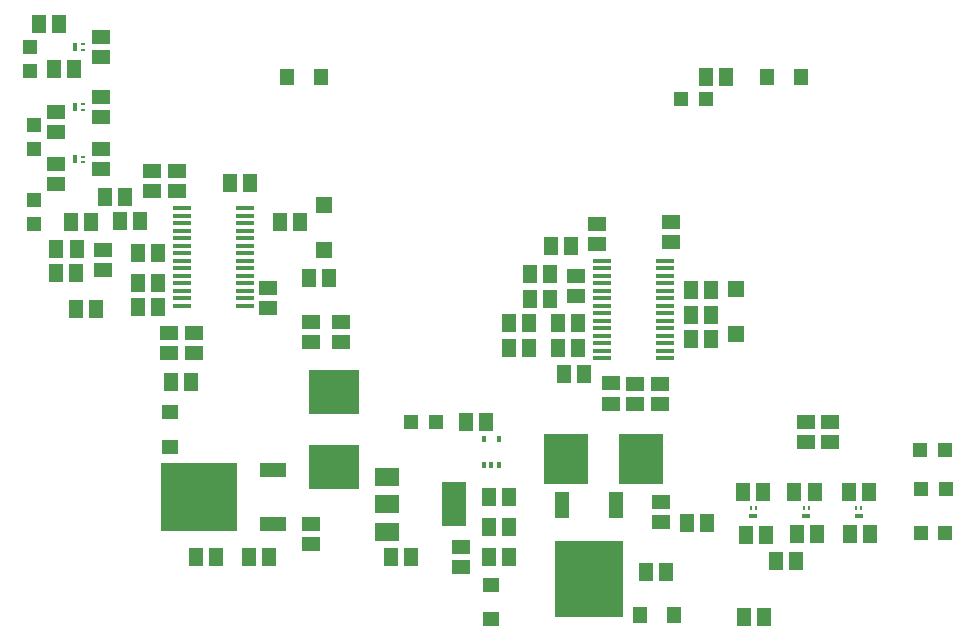
<source format=gtp>
G75*
%MOIN*%
%OFA0B0*%
%FSLAX25Y25*%
%IPPOS*%
%LPD*%
%AMOC8*
5,1,8,0,0,1.08239X$1,22.5*
%
%ADD10R,0.05906X0.05118*%
%ADD11R,0.05118X0.05906*%
%ADD12R,0.05512X0.05512*%
%ADD13R,0.04724X0.04724*%
%ADD14R,0.06300X0.01400*%
%ADD15R,0.00984X0.01575*%
%ADD16R,0.02756X0.01575*%
%ADD17R,0.05118X0.05512*%
%ADD18R,0.05512X0.05118*%
%ADD19R,0.25197X0.22835*%
%ADD20R,0.08661X0.04724*%
%ADD21R,0.16700X0.15000*%
%ADD22R,0.15000X0.16700*%
%ADD23R,0.22835X0.25197*%
%ADD24R,0.04724X0.08661*%
%ADD25R,0.01181X0.02362*%
%ADD26R,0.07874X0.05906*%
%ADD27R,0.07874X0.14961*%
%ADD28R,0.01575X0.00984*%
%ADD29R,0.01575X0.02756*%
D10*
X0108500Y0080154D03*
X0108500Y0086846D03*
X0158500Y0079346D03*
X0158500Y0072654D03*
X0208282Y0127128D03*
X0208282Y0133821D03*
X0216431Y0133736D03*
X0216431Y0127043D03*
X0224629Y0127030D03*
X0224629Y0133723D03*
X0196824Y0162836D03*
X0196824Y0169529D03*
X0203847Y0180381D03*
X0203847Y0187074D03*
X0228461Y0187634D03*
X0228461Y0180941D03*
X0273291Y0121085D03*
X0273291Y0114392D03*
X0281426Y0114331D03*
X0281426Y0121024D03*
X0225034Y0094292D03*
X0225034Y0087599D03*
X0118500Y0147654D03*
X0118500Y0154346D03*
X0108500Y0154346D03*
X0108500Y0147654D03*
X0094154Y0159059D03*
X0094154Y0165752D03*
X0069356Y0150582D03*
X0069356Y0143889D03*
X0061099Y0143927D03*
X0061099Y0150620D03*
X0039042Y0171727D03*
X0039042Y0178420D03*
X0055390Y0198003D03*
X0055390Y0204696D03*
X0063801Y0204593D03*
X0063801Y0197901D03*
X0038500Y0205154D03*
X0038500Y0211846D03*
X0038500Y0222654D03*
X0038500Y0229346D03*
X0038500Y0242654D03*
X0038500Y0249346D03*
X0023500Y0224346D03*
X0023500Y0217654D03*
X0023500Y0206846D03*
X0023500Y0200154D03*
D11*
X0070154Y0076000D03*
X0076846Y0076000D03*
X0087654Y0076000D03*
X0094346Y0076000D03*
X0135154Y0076000D03*
X0141846Y0076000D03*
X0167654Y0076000D03*
X0174346Y0076000D03*
X0174346Y0086000D03*
X0167654Y0086000D03*
X0167654Y0096000D03*
X0174346Y0096000D03*
X0166846Y0121000D03*
X0160154Y0121000D03*
X0174529Y0145716D03*
X0181222Y0145716D03*
X0181150Y0153857D03*
X0174457Y0153857D03*
X0181460Y0162127D03*
X0188153Y0162127D03*
X0188107Y0170219D03*
X0181415Y0170219D03*
X0188473Y0179780D03*
X0195166Y0179780D03*
X0197292Y0153825D03*
X0190599Y0153825D03*
X0190694Y0145647D03*
X0197387Y0145647D03*
X0199539Y0136906D03*
X0192846Y0136906D03*
X0234945Y0148644D03*
X0241638Y0148644D03*
X0241730Y0156800D03*
X0235037Y0156800D03*
X0234936Y0164933D03*
X0241629Y0164933D03*
X0252498Y0097799D03*
X0259191Y0097799D03*
X0269569Y0097722D03*
X0276262Y0097722D03*
X0287818Y0097724D03*
X0294511Y0097724D03*
X0294906Y0083739D03*
X0288213Y0083739D03*
X0277206Y0083544D03*
X0270513Y0083544D03*
X0270178Y0074750D03*
X0263485Y0074750D03*
X0259965Y0083200D03*
X0253272Y0083200D03*
X0240390Y0087139D03*
X0233698Y0087139D03*
X0226846Y0071000D03*
X0220154Y0071000D03*
X0252654Y0056000D03*
X0259346Y0056000D03*
X0114311Y0169059D03*
X0107619Y0169059D03*
X0104823Y0187704D03*
X0098130Y0187704D03*
X0088095Y0200627D03*
X0081402Y0200627D03*
X0057390Y0177189D03*
X0050697Y0177189D03*
X0050678Y0167414D03*
X0057371Y0167414D03*
X0057400Y0159307D03*
X0050707Y0159307D03*
X0036846Y0158500D03*
X0030154Y0158500D03*
X0030198Y0170478D03*
X0023505Y0170478D03*
X0023571Y0178665D03*
X0030264Y0178665D03*
X0028520Y0187595D03*
X0035213Y0187595D03*
X0044730Y0187888D03*
X0051423Y0187888D03*
X0046445Y0196060D03*
X0039752Y0196060D03*
X0029346Y0238500D03*
X0022654Y0238500D03*
X0024346Y0253500D03*
X0017654Y0253500D03*
X0061733Y0134303D03*
X0068426Y0134303D03*
X0240154Y0236000D03*
X0246846Y0236000D03*
D12*
X0250103Y0165318D03*
X0250103Y0150357D03*
X0112679Y0178307D03*
X0112679Y0193267D03*
D13*
X0141866Y0121000D03*
X0150134Y0121000D03*
X0231866Y0228500D03*
X0240134Y0228500D03*
X0311326Y0111638D03*
X0319593Y0111638D03*
X0320134Y0098500D03*
X0311866Y0098500D03*
X0311605Y0083989D03*
X0319872Y0083989D03*
X0016000Y0186866D03*
X0016000Y0195134D03*
X0016000Y0211866D03*
X0016000Y0220134D03*
X0014865Y0237858D03*
X0014865Y0246125D03*
D14*
X0065550Y0192250D03*
X0065550Y0189750D03*
X0065550Y0187250D03*
X0065550Y0184750D03*
X0065550Y0182250D03*
X0065550Y0179750D03*
X0065550Y0177250D03*
X0065550Y0174750D03*
X0065550Y0172250D03*
X0065550Y0169750D03*
X0065550Y0167250D03*
X0065550Y0164750D03*
X0065550Y0162250D03*
X0065550Y0159750D03*
X0086450Y0159750D03*
X0086450Y0162250D03*
X0086450Y0164750D03*
X0086450Y0167250D03*
X0086450Y0169750D03*
X0086450Y0172250D03*
X0086450Y0174750D03*
X0086450Y0177250D03*
X0086450Y0179750D03*
X0086450Y0182250D03*
X0086450Y0184750D03*
X0086450Y0187250D03*
X0086450Y0189750D03*
X0086450Y0192250D03*
X0205550Y0174750D03*
X0205550Y0172250D03*
X0205550Y0169750D03*
X0205550Y0167250D03*
X0205550Y0164750D03*
X0205550Y0162250D03*
X0205550Y0159750D03*
X0205550Y0157250D03*
X0205550Y0154750D03*
X0205550Y0152250D03*
X0205550Y0149750D03*
X0205550Y0147250D03*
X0205550Y0144750D03*
X0205550Y0142250D03*
X0226450Y0142250D03*
X0226450Y0144750D03*
X0226450Y0147250D03*
X0226450Y0149750D03*
X0226450Y0152250D03*
X0226450Y0154750D03*
X0226450Y0157250D03*
X0226450Y0159750D03*
X0226450Y0162250D03*
X0226450Y0164750D03*
X0226450Y0167250D03*
X0226450Y0169750D03*
X0226450Y0172250D03*
X0226450Y0174750D03*
D15*
X0254958Y0092378D03*
X0256730Y0092378D03*
X0272614Y0092378D03*
X0274386Y0092378D03*
X0290114Y0092378D03*
X0291886Y0092378D03*
D16*
X0291000Y0089622D03*
X0273500Y0089622D03*
X0255844Y0089622D03*
D17*
X0229429Y0056739D03*
X0218011Y0056739D03*
X0260291Y0236000D03*
X0271709Y0236000D03*
X0111709Y0236000D03*
X0100291Y0236000D03*
D18*
X0061446Y0124209D03*
X0061446Y0112791D03*
X0168500Y0066709D03*
X0168500Y0055291D03*
D19*
X0071000Y0096000D03*
D20*
X0095803Y0087024D03*
X0095803Y0104976D03*
D21*
X0116000Y0105950D03*
X0116000Y0131050D03*
D22*
X0193450Y0108500D03*
X0218550Y0108500D03*
D23*
X0201000Y0068500D03*
D24*
X0192024Y0093303D03*
X0209976Y0093303D03*
D25*
X0171059Y0106571D03*
X0168500Y0106571D03*
X0165941Y0106571D03*
X0166059Y0115429D03*
X0171059Y0115429D03*
D26*
X0133598Y0102555D03*
X0133598Y0093500D03*
X0133598Y0084445D03*
D27*
X0156000Y0093500D03*
D28*
X0032378Y0207614D03*
X0032378Y0209386D03*
X0032378Y0225114D03*
X0032378Y0226886D03*
X0032378Y0245114D03*
X0032378Y0246886D03*
D29*
X0029622Y0246000D03*
X0029622Y0226000D03*
X0029622Y0208500D03*
M02*

</source>
